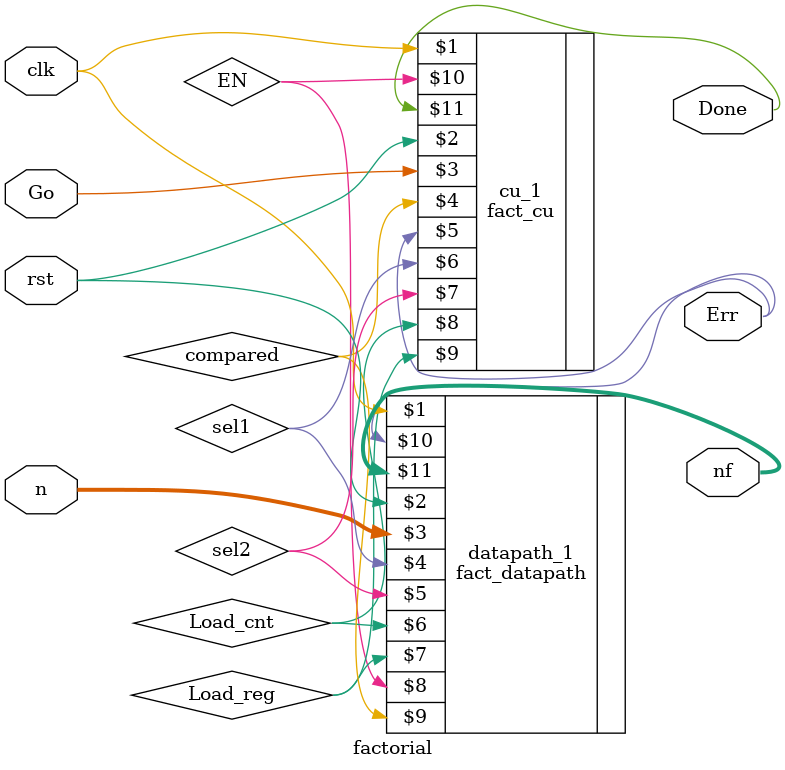
<source format=v>
`timescale 1ns / 1ps

module factorial(
    input wire clk, 
    input wire rst,
    input wire [3:0] n,
    input wire Go,
    output wire Done,
    output wire Err,
    output wire [31:0] nf
    );
    wire sel1, sel2, Load_cnt, Load_reg, EN, compared;
    fact_datapath datapath_1(clk, rst, n, sel1, sel2, Load_cnt, Load_reg, EN, compared, Err, nf); 
    fact_cu cu_1(clk, rst, Go, compared, Err, sel1, sel2, Load_cnt, Load_reg, EN, Done);
    
endmodule

</source>
